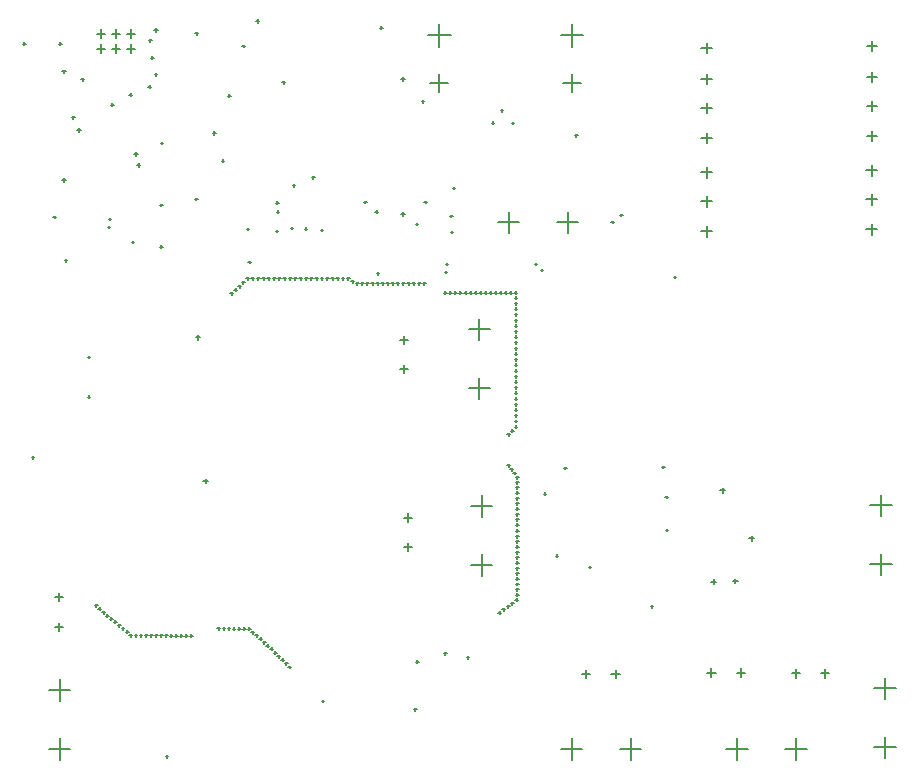
<source format=gbr>
%TF.GenerationSoftware,Altium Limited,Altium Designer,21.7.2 (23)*%
G04 Layer_Color=128*
%FSLAX45Y45*%
%MOMM*%
%TF.SameCoordinates,ACC8E456-25BC-4CB5-B469-56B585E6E94B*%
%TF.FilePolarity,Positive*%
%TF.FileFunction,Drillmap*%
%TF.Part,Single*%
G01*
G75*
%TA.AperFunction,NonConductor*%
%ADD65C,0.12700*%
D65*
X7318160Y5265811D02*
X7408160D01*
X7363160Y5220811D02*
Y5310811D01*
X7318160Y4765811D02*
X7408160D01*
X7363160Y4720811D02*
Y4810811D01*
X7318160Y5019811D02*
X7408160D01*
X7363160Y4974811D02*
Y5064811D01*
X5920660Y5247133D02*
X6010660D01*
X5965660Y5202133D02*
Y5292133D01*
X5920660Y4747133D02*
X6010660D01*
X5965660Y4702133D02*
Y4792133D01*
X5920660Y5001133D02*
X6010660D01*
X5965660Y4956133D02*
Y5046133D01*
X3952500Y3920000D02*
X4132500D01*
X4042500Y3830000D02*
Y4010000D01*
X3952500Y3420000D02*
X4132500D01*
X4042500Y3330000D02*
Y3510000D01*
X450000Y1400000D02*
X520000D01*
X485000Y1365000D02*
Y1435000D01*
X450000Y1650000D02*
X520000D01*
X485000Y1615000D02*
Y1685000D01*
X6685000Y1005000D02*
X6755000D01*
X6720000Y970000D02*
Y1040000D01*
X6935000Y1005000D02*
X7005000D01*
X6970000Y970000D02*
Y1040000D01*
X6222500Y1012500D02*
X6292500D01*
X6257500Y977500D02*
Y1047500D01*
X5972500Y1012500D02*
X6042500D01*
X6007500Y977500D02*
Y1047500D01*
X3370000Y3830000D02*
X3440000D01*
X3405000Y3795000D02*
Y3865000D01*
X3370000Y3580000D02*
X3440000D01*
X3405000Y3545000D02*
Y3615000D01*
X3400000Y2325000D02*
X3470000D01*
X3435000Y2290000D02*
Y2360000D01*
X3400000Y2075000D02*
X3470000D01*
X3435000Y2040000D02*
Y2110000D01*
X4910000Y1002500D02*
X4980000D01*
X4945000Y967500D02*
Y1037500D01*
X5160000Y1002500D02*
X5230000D01*
X5195000Y967500D02*
Y1037500D01*
X1056660Y6422500D02*
X1127660D01*
X1092160Y6387000D02*
Y6458000D01*
X1056660Y6295500D02*
X1127660D01*
X1092160Y6260000D02*
Y6331000D01*
X929660Y6422500D02*
X1000660D01*
X965160Y6387000D02*
Y6458000D01*
X929660Y6295500D02*
X1000660D01*
X965160Y6260000D02*
Y6331000D01*
X802660Y6422500D02*
X873660D01*
X838160Y6387000D02*
Y6458000D01*
X802660Y6295500D02*
X873660D01*
X838160Y6260000D02*
Y6331000D01*
X3608160Y6407500D02*
X3798160D01*
X3703160Y6312500D02*
Y6502500D01*
X4732160Y6407500D02*
X4922159D01*
X4827160Y6312500D02*
Y6502500D01*
X3627160Y6007500D02*
X3779160D01*
X3703160Y5931500D02*
Y6083500D01*
X4751160Y6007500D02*
X4903159D01*
X4827160Y5931500D02*
Y6083500D01*
X398517Y365000D02*
X578517D01*
X488517Y275000D02*
Y455000D01*
X398517Y865000D02*
X578517D01*
X488517Y775000D02*
Y955000D01*
X7387500Y880000D02*
X7567500D01*
X7477500Y790000D02*
Y970000D01*
X7387500Y380000D02*
X7567500D01*
X7477500Y290000D02*
Y470000D01*
X4200161Y4825000D02*
X4380160D01*
X4290160Y4735000D02*
Y4915000D01*
X4700161Y4825000D02*
X4880160D01*
X4790160Y4735000D02*
Y4915000D01*
X7352500Y2430000D02*
X7532500D01*
X7442500Y2340000D02*
Y2520000D01*
X7352500Y1930000D02*
X7532500D01*
X7442500Y1840000D02*
Y2020000D01*
X3972500Y2422500D02*
X4152500D01*
X4062500Y2332500D02*
Y2512500D01*
X3972500Y1922500D02*
X4152500D01*
X4062500Y1832500D02*
Y2012500D01*
X6132500Y365000D02*
X6312500D01*
X6222500Y275000D02*
Y455000D01*
X6632500Y365000D02*
X6812500D01*
X6722500Y275000D02*
Y455000D01*
X5232500Y365000D02*
X5412500D01*
X5322500Y275000D02*
Y455000D01*
X4732500Y365000D02*
X4912500D01*
X4822500Y275000D02*
Y455000D01*
X5922660Y6037500D02*
X6012660D01*
X5967660Y5992500D02*
Y6082500D01*
X5922660Y5537500D02*
X6012660D01*
X5967660Y5492500D02*
Y5582500D01*
X5922660Y5791500D02*
X6012660D01*
X5967660Y5746500D02*
Y5836500D01*
X5922660Y6299500D02*
X6012660D01*
X5967660Y6254500D02*
Y6344500D01*
X7320160Y6055000D02*
X7410160D01*
X7365160Y6010000D02*
Y6100000D01*
X7320160Y5555000D02*
X7410160D01*
X7365160Y5510000D02*
Y5600000D01*
X7320160Y5809000D02*
X7410160D01*
X7365160Y5764000D02*
Y5854000D01*
X7320160Y6317000D02*
X7410160D01*
X7365160Y6272000D02*
Y6362000D01*
X1935000Y4222500D02*
X1960000D01*
X1947500Y4210000D02*
Y4235000D01*
X1967500Y4255000D02*
X1992500D01*
X1980000Y4242500D02*
Y4267500D01*
X2000000Y4285000D02*
X2025000D01*
X2012500Y4272500D02*
Y4297500D01*
X2032500Y4317500D02*
X2057500D01*
X2045000Y4305000D02*
Y4330000D01*
X4277500Y3030000D02*
X4302500D01*
X4290000Y3017500D02*
Y3042500D01*
X4310000Y3060000D02*
X4335000D01*
X4322500Y3047500D02*
Y3072500D01*
X4340000Y3095000D02*
X4365000D01*
X4352500Y3082500D02*
Y3107500D01*
X4340000Y3142500D02*
X4365000D01*
X4352500Y3130000D02*
Y3155000D01*
X4340000Y3190000D02*
X4365000D01*
X4352500Y3177500D02*
Y3202500D01*
X4340000Y3237500D02*
X4365000D01*
X4352500Y3225000D02*
Y3250000D01*
X4340000Y3285000D02*
X4365000D01*
X4352500Y3272500D02*
Y3297500D01*
X4340000Y3332500D02*
X4365000D01*
X4352500Y3320000D02*
Y3345000D01*
X4340000Y3380000D02*
X4365000D01*
X4352500Y3367500D02*
Y3392500D01*
X4340000Y3427500D02*
X4365000D01*
X4352500Y3415000D02*
Y3440000D01*
X4340000Y3475000D02*
X4365000D01*
X4352500Y3462500D02*
Y3487500D01*
X4340000Y3522500D02*
X4365000D01*
X4352500Y3510000D02*
Y3535000D01*
X4340000Y3570000D02*
X4365000D01*
X4352500Y3557500D02*
Y3582500D01*
X4340000Y3617500D02*
X4365000D01*
X4352500Y3605000D02*
Y3630000D01*
X4340000Y3665000D02*
X4365000D01*
X4352500Y3652500D02*
Y3677500D01*
X4340000Y3712500D02*
X4365000D01*
X4352500Y3700000D02*
Y3725000D01*
X4340000Y3760000D02*
X4365000D01*
X4352500Y3747500D02*
Y3772500D01*
X4340000Y3807500D02*
X4365000D01*
X4352500Y3795000D02*
Y3820000D01*
X4340000Y3855000D02*
X4365000D01*
X4352500Y3842500D02*
Y3867500D01*
X4340000Y3902500D02*
X4365000D01*
X4352500Y3890000D02*
Y3915000D01*
X4340000Y3950000D02*
X4365000D01*
X4352500Y3937500D02*
Y3962500D01*
X4340000Y3997500D02*
X4365000D01*
X4352500Y3985000D02*
Y4010000D01*
X4340000Y4045000D02*
X4365000D01*
X4352500Y4032500D02*
Y4057500D01*
X4340000Y4092500D02*
X4365000D01*
X4352500Y4080000D02*
Y4105000D01*
X4340000Y4137500D02*
X4365000D01*
X4352500Y4125000D02*
Y4150000D01*
X4340000Y4185000D02*
X4365000D01*
X4352500Y4172500D02*
Y4197500D01*
X4277500Y2767500D02*
X4302500D01*
X4290000Y2755000D02*
Y2780000D01*
X4302500Y2735000D02*
X4327500D01*
X4315000Y2722500D02*
Y2747500D01*
X4327500Y2702500D02*
X4352500D01*
X4340000Y2690000D02*
Y2715000D01*
X4202500Y1517500D02*
X4227500D01*
X4215000Y1505000D02*
Y1530000D01*
X4237500Y1547500D02*
X4262500D01*
X4250000Y1535000D02*
Y1560000D01*
X4272500Y1575000D02*
X4297500D01*
X4285000Y1562500D02*
Y1587500D01*
X4310000Y1600000D02*
X4335000D01*
X4322500Y1587500D02*
Y1612500D01*
X4347500Y1627500D02*
X4372500D01*
X4360000Y1615000D02*
Y1640000D01*
X4350000Y1672500D02*
X4375000D01*
X4362500Y1660000D02*
Y1685000D01*
X4350000Y1717500D02*
X4375000D01*
X4362500Y1705000D02*
Y1730000D01*
X4350000Y1762500D02*
X4375000D01*
X4362500Y1750000D02*
Y1775000D01*
X4350000Y1807500D02*
X4375000D01*
X4362500Y1795000D02*
Y1820000D01*
X4350000Y1852500D02*
X4375000D01*
X4362500Y1840000D02*
Y1865000D01*
X4350000Y1897500D02*
X4375000D01*
X4362500Y1885000D02*
Y1910000D01*
X4350000Y1942500D02*
X4375000D01*
X4362500Y1930000D02*
Y1955000D01*
X4350000Y1987500D02*
X4375000D01*
X4362500Y1975000D02*
Y2000000D01*
X4350000Y2032500D02*
X4375000D01*
X4362500Y2020000D02*
Y2045000D01*
X4350000Y2077500D02*
X4375000D01*
X4362500Y2065000D02*
Y2090000D01*
X4350000Y2122500D02*
X4375000D01*
X4362500Y2110000D02*
Y2135000D01*
X4350000Y2167500D02*
X4375000D01*
X4362500Y2155000D02*
Y2180000D01*
X4350000Y2215000D02*
X4375000D01*
X4362500Y2202500D02*
Y2227500D01*
X4350000Y2262500D02*
X4375000D01*
X4362500Y2250000D02*
Y2275000D01*
X4350000Y2310000D02*
X4375000D01*
X4362500Y2297500D02*
Y2322500D01*
X4350000Y2355000D02*
X4375000D01*
X4362500Y2342500D02*
Y2367500D01*
X4350000Y2400000D02*
X4375000D01*
X4362500Y2387500D02*
Y2412500D01*
X4350000Y2445000D02*
X4375000D01*
X4362500Y2432500D02*
Y2457500D01*
X4350000Y2490000D02*
X4375000D01*
X4362500Y2477500D02*
Y2502500D01*
X4350000Y2535000D02*
X4375000D01*
X4362500Y2522500D02*
Y2547500D01*
X4350000Y2580000D02*
X4375000D01*
X4362500Y2567500D02*
Y2592500D01*
X4350000Y2625000D02*
X4375000D01*
X4362500Y2612500D02*
Y2637500D01*
X4350000Y2667500D02*
X4375000D01*
X4362500Y2655000D02*
Y2680000D01*
X2067500Y4350000D02*
X2092500D01*
X2080000Y4337500D02*
Y4362500D01*
X2112500Y4350000D02*
X2137500D01*
X2125000Y4337500D02*
Y4362500D01*
X2157500Y4350000D02*
X2182500D01*
X2170000Y4337500D02*
Y4362500D01*
X2202500Y4350000D02*
X2227500D01*
X2215000Y4337500D02*
Y4362500D01*
X2247500Y4350000D02*
X2272500D01*
X2260000Y4337500D02*
Y4362500D01*
X2292500Y4350000D02*
X2317500D01*
X2305000Y4337500D02*
Y4362500D01*
X2337500Y4350000D02*
X2362500D01*
X2350000Y4337500D02*
Y4362500D01*
X2382500Y4350000D02*
X2407500D01*
X2395000Y4337500D02*
Y4362500D01*
X2427500Y4350000D02*
X2452500D01*
X2440000Y4337500D02*
Y4362500D01*
X2472500Y4350000D02*
X2497500D01*
X2485000Y4337500D02*
Y4362500D01*
X2517500Y4350000D02*
X2542500D01*
X2530000Y4337500D02*
Y4362500D01*
X2562500Y4350000D02*
X2587500D01*
X2575000Y4337500D02*
Y4362500D01*
X2607500Y4350000D02*
X2632500D01*
X2620000Y4337500D02*
Y4362500D01*
X2652500Y4350000D02*
X2677500D01*
X2665000Y4337500D02*
Y4362500D01*
X2697500Y4350000D02*
X2722500D01*
X2710000Y4337500D02*
Y4362500D01*
X2742500Y4350000D02*
X2767500D01*
X2755000Y4337500D02*
Y4362500D01*
X2787500Y4350000D02*
X2812500D01*
X2800000Y4337500D02*
Y4362500D01*
X3565000Y4307500D02*
X3590000D01*
X3577500Y4295000D02*
Y4320000D01*
X3520000Y4307500D02*
X3545000D01*
X3532500Y4295000D02*
Y4320000D01*
X3475000Y4307500D02*
X3500000D01*
X3487500Y4295000D02*
Y4320000D01*
X3430000Y4307500D02*
X3455000D01*
X3442500Y4295000D02*
Y4320000D01*
X3385000Y4307500D02*
X3410000D01*
X3397500Y4295000D02*
Y4320000D01*
X3340000Y4307500D02*
X3365000D01*
X3352500Y4295000D02*
Y4320000D01*
X3297500Y4307500D02*
X3322500D01*
X3310000Y4295000D02*
Y4320000D01*
X3252500Y4307500D02*
X3277500D01*
X3265000Y4295000D02*
Y4320000D01*
X3210000Y4307500D02*
X3235000D01*
X3222500Y4295000D02*
Y4320000D01*
X3167500Y4307500D02*
X3192500D01*
X3180000Y4295000D02*
Y4320000D01*
X3125000Y4307500D02*
X3150000D01*
X3137500Y4295000D02*
Y4320000D01*
X3082500Y4307500D02*
X3107500D01*
X3095000Y4295000D02*
Y4320000D01*
X3040000Y4307500D02*
X3065000D01*
X3052500Y4295000D02*
Y4320000D01*
X2997500Y4310000D02*
X3022500D01*
X3010000Y4297500D02*
Y4322500D01*
X2957500Y4327500D02*
X2982500D01*
X2970000Y4315000D02*
Y4340000D01*
X2920000Y4350000D02*
X2945000D01*
X2932500Y4337500D02*
Y4362500D01*
X2875000Y4350000D02*
X2900000D01*
X2887500Y4337500D02*
Y4362500D01*
X2830000Y4350000D02*
X2855000D01*
X2842500Y4337500D02*
Y4362500D01*
X4337500Y4227500D02*
X4362500D01*
X4350000Y4215000D02*
Y4240000D01*
X4295000Y4227500D02*
X4320000D01*
X4307500Y4215000D02*
Y4240000D01*
X4252500Y4227500D02*
X4277500D01*
X4265000Y4215000D02*
Y4240000D01*
X4210000Y4227500D02*
X4235000D01*
X4222500Y4215000D02*
Y4240000D01*
X4167500Y4227500D02*
X4192500D01*
X4180000Y4215000D02*
Y4240000D01*
X4125000Y4227500D02*
X4150000D01*
X4137500Y4215000D02*
Y4240000D01*
X4082500Y4227500D02*
X4107500D01*
X4095000Y4215000D02*
Y4240000D01*
X4040000Y4227500D02*
X4065000D01*
X4052500Y4215000D02*
Y4240000D01*
X3997500Y4227500D02*
X4022500D01*
X4010000Y4215000D02*
Y4240000D01*
X3955000Y4227500D02*
X3980000D01*
X3967500Y4215000D02*
Y4240000D01*
X3912500Y4227500D02*
X3937500D01*
X3925000Y4215000D02*
Y4240000D01*
X3870000Y4227500D02*
X3895000D01*
X3882500Y4215000D02*
Y4240000D01*
X3827500Y4227500D02*
X3852500D01*
X3840000Y4215000D02*
Y4240000D01*
X3785000Y4227500D02*
X3810000D01*
X3797500Y4215000D02*
Y4240000D01*
X3742500Y4227500D02*
X3767500D01*
X3755000Y4215000D02*
Y4240000D01*
X2372500Y6012500D02*
X2397500D01*
X2385000Y6000000D02*
Y6025000D01*
X3933387Y1140515D02*
X3953387D01*
X3943387Y1130515D02*
Y1150515D01*
X5495000Y1572500D02*
X5515000D01*
X5505000Y1562500D02*
Y1582500D01*
X3502500Y4810000D02*
X3522500D01*
X3512500Y4800000D02*
Y4820000D01*
X3162500Y4915000D02*
X3182500D01*
X3172500Y4905000D02*
Y4925000D01*
X2327500Y4915000D02*
X2347500D01*
X2337500Y4905000D02*
Y4925000D01*
X894698Y4787251D02*
X914698D01*
X904698Y4777251D02*
Y4797251D01*
X902500Y4855000D02*
X922500D01*
X912500Y4845000D02*
Y4865000D01*
X1340000Y4972500D02*
X1360000D01*
X1350000Y4962500D02*
Y4982500D01*
X3577500Y4997500D02*
X3597500D01*
X3587500Y4987500D02*
Y5007500D01*
X3067500Y4997500D02*
X3087500D01*
X3077500Y4987500D02*
Y5007500D01*
X2322500Y4992500D02*
X2342500D01*
X2332500Y4982500D02*
Y5002500D01*
X2700273Y4757941D02*
X2720273D01*
X2710273Y4747941D02*
Y4767941D01*
X3172500Y4392500D02*
X3192500D01*
X3182500Y4382500D02*
Y4402500D01*
X3751882Y4403444D02*
X3771882D01*
X3761882Y4393444D02*
Y4413444D01*
X4560000Y4422500D02*
X4580000D01*
X4570000Y4412500D02*
Y4432500D01*
X4512979Y4474263D02*
X4532979D01*
X4522979Y4464263D02*
Y4484263D01*
X5687500Y4360000D02*
X5707500D01*
X5697500Y4350000D02*
Y4370000D01*
X3799240Y4742500D02*
X3819240D01*
X3809240Y4732500D02*
Y4752500D01*
X5160000Y4825000D02*
X5180000D01*
X5170000Y4815000D02*
Y4835000D01*
X3795456Y4876762D02*
X3815456D01*
X3805456Y4866762D02*
Y4886762D01*
X5235230Y4888643D02*
X5255230D01*
X5245230Y4878643D02*
Y4898643D01*
X2072070Y4769204D02*
X2092070D01*
X2082070Y4759204D02*
Y4779204D01*
X1340000Y4619040D02*
X1360000D01*
X1350000Y4609040D02*
Y4629040D01*
X2087500Y4487500D02*
X2107500D01*
X2097500Y4477500D02*
Y4497500D01*
X3757500Y4472500D02*
X3777500D01*
X3767500Y4462500D02*
Y4482500D01*
X3745000Y1175000D02*
X3765000D01*
X3755000Y1165000D02*
Y1185000D01*
X4969340Y1909080D02*
X4989340D01*
X4979340Y1899080D02*
Y1919080D01*
X5590000Y2753420D02*
X5610000D01*
X5600000Y2743420D02*
Y2763420D01*
X1100000Y4660000D02*
X1120000D01*
X1110000Y4650000D02*
Y4670000D01*
X2447500Y4777500D02*
X2467500D01*
X2457500Y4767500D02*
Y4787500D01*
X2461523Y5136605D02*
X2481523D01*
X2471523Y5126605D02*
Y5146605D01*
X2627500Y5205000D02*
X2647500D01*
X2637500Y5195000D02*
Y5215000D01*
X2563926Y4771718D02*
X2583925D01*
X2573926Y4761718D02*
Y4781718D01*
X3817500Y5117500D02*
X3837500D01*
X3827500Y5107500D02*
Y5127500D01*
X3508380Y1105133D02*
X3528380D01*
X3518380Y1095133D02*
Y1115133D01*
X2708720Y770000D02*
X2728720D01*
X2718720Y760000D02*
Y780000D01*
X2207500Y1270000D02*
X2232500D01*
X2220000Y1257500D02*
Y1282500D01*
X2177500Y1300000D02*
X2202500D01*
X2190000Y1287500D02*
Y1312500D01*
X2145000Y1327500D02*
X2170000D01*
X2157500Y1315000D02*
Y1340000D01*
X2112500Y1355000D02*
X2137500D01*
X2125000Y1342500D02*
Y1367500D01*
X2080000Y1382500D02*
X2105000D01*
X2092500Y1370000D02*
Y1395000D01*
X1462500Y1325000D02*
X1487500D01*
X1475000Y1312500D02*
Y1337500D01*
X1547500Y1325000D02*
X1572500D01*
X1560000Y1312500D02*
Y1337500D01*
X1420000Y1325000D02*
X1445000D01*
X1432500Y1312500D02*
Y1337500D01*
X1505000Y1325000D02*
X1530000D01*
X1517500Y1312500D02*
Y1337500D01*
X1377500Y1327500D02*
X1402500D01*
X1390000Y1315000D02*
Y1340000D01*
X1335000Y1327500D02*
X1360000D01*
X1347500Y1315000D02*
Y1340000D01*
X1292500Y1327500D02*
X1317500D01*
X1305000Y1315000D02*
Y1340000D01*
X1345000Y5497500D02*
X1365000D01*
X1355000Y5487500D02*
Y5507500D01*
X1862500Y5347500D02*
X1882500D01*
X1872500Y5337500D02*
Y5357500D01*
X1636160Y5023500D02*
X1656160D01*
X1646160Y5013500D02*
Y5033500D01*
X4145160Y5668500D02*
X4165160D01*
X4155160Y5658500D02*
Y5678500D01*
X3490000Y701280D02*
X3510000D01*
X3500000Y691280D02*
Y711280D01*
X1390000Y302500D02*
X1410000D01*
X1400000Y292500D02*
Y312500D01*
X4687500Y2002500D02*
X4707500D01*
X4697500Y1992500D02*
Y2012500D01*
X4590000Y2527500D02*
X4610000D01*
X4600000Y2517500D02*
Y2537500D01*
X4760063Y2747096D02*
X4780063D01*
X4770063Y2737096D02*
Y2757096D01*
X2317500Y4750000D02*
X2337500D01*
X2327500Y4740000D02*
Y4760000D01*
X1292500Y6077500D02*
X1312500D01*
X1302500Y6067500D02*
Y6087500D01*
X1637500Y6425000D02*
X1657500D01*
X1647500Y6415000D02*
Y6435000D01*
X6005000Y1782500D02*
X6045000D01*
X6025000Y1762500D02*
Y1802500D01*
X6083135Y2556193D02*
X6123135D01*
X6103135Y2536193D02*
Y2576193D01*
X6328800Y2150000D02*
X6368800D01*
X6348800Y2130000D02*
Y2170000D01*
X6190321Y1787546D02*
X6230321D01*
X6210321Y1767546D02*
Y1807546D01*
X5620000Y2220000D02*
X5640000D01*
X5630000Y2210000D02*
Y2230000D01*
X5617500Y2500000D02*
X5637500D01*
X5627500Y2490000D02*
Y2510000D01*
X1142500Y5310000D02*
X1172500D01*
X1157500Y5295000D02*
Y5325000D01*
X255000Y2835000D02*
X275000D01*
X265000Y2825000D02*
Y2845000D01*
X1706300Y2635000D02*
X1746300D01*
X1726300Y2615000D02*
Y2655000D01*
X1640000Y3850000D02*
X1680000D01*
X1660000Y3830000D02*
Y3870000D01*
X727500Y3350000D02*
X747500D01*
X737500Y3340000D02*
Y3360000D01*
X727500Y3685000D02*
X747500D01*
X737500Y3675000D02*
Y3695000D01*
X2425000Y1060000D02*
X2450000D01*
X2437500Y1047500D02*
Y1072500D01*
X2395000Y1090000D02*
X2420000D01*
X2407500Y1077500D02*
Y1102500D01*
X2365000Y1122500D02*
X2390000D01*
X2377500Y1110000D02*
Y1135000D01*
X2332500Y1152500D02*
X2357500D01*
X2345000Y1140000D02*
Y1165000D01*
X2300000Y1182500D02*
X2325000D01*
X2312500Y1170000D02*
Y1195000D01*
X2270000Y1212500D02*
X2295000D01*
X2282500Y1200000D02*
Y1225000D01*
X2237500Y1240000D02*
X2262500D01*
X2250000Y1227500D02*
Y1252500D01*
X1995000Y1385000D02*
X2020000D01*
X2007500Y1372500D02*
Y1397500D01*
X1952500Y1385000D02*
X1977500D01*
X1965000Y1372500D02*
Y1397500D01*
X2037500Y1382500D02*
X2062500D01*
X2050000Y1370000D02*
Y1395000D01*
X3200160Y6472500D02*
X3225160D01*
X3212660Y6460000D02*
Y6485000D01*
X1245160Y6365000D02*
X1270160D01*
X1257660Y6352500D02*
Y6377500D01*
X1260160Y6217500D02*
X1285160D01*
X1272660Y6205000D02*
Y6230000D01*
X1825000Y1387500D02*
X1850000D01*
X1837500Y1375000D02*
Y1400000D01*
X1867500Y1387500D02*
X1892500D01*
X1880000Y1375000D02*
Y1400000D01*
X1910000Y1387500D02*
X1935000D01*
X1922500Y1375000D02*
Y1400000D01*
X4850160Y5560000D02*
X4875160D01*
X4862660Y5547500D02*
Y5572500D01*
X3552660Y5850000D02*
X3577660D01*
X3565160Y5837500D02*
Y5862500D01*
X1912660Y5895000D02*
X1937660D01*
X1925160Y5882500D02*
Y5907500D01*
X2035160Y6317500D02*
X2060160D01*
X2047660Y6305000D02*
Y6330000D01*
X482660Y6337500D02*
X507660D01*
X495160Y6325000D02*
Y6350000D01*
X175160Y6335000D02*
X200160D01*
X187660Y6322500D02*
Y6347500D01*
X672660Y6035000D02*
X697660D01*
X685160Y6022500D02*
Y6047500D01*
X1240160Y5972500D02*
X1265160D01*
X1252660Y5960000D02*
Y5985000D01*
X1077660Y5905000D02*
X1102660D01*
X1090160Y5892500D02*
Y5917500D01*
X920160Y5820000D02*
X945160D01*
X932660Y5807500D02*
Y5832500D01*
X1590000Y1325000D02*
X1615000D01*
X1602500Y1312500D02*
Y1337500D01*
X1250000Y1327500D02*
X1275000D01*
X1262500Y1315000D02*
Y1340000D01*
X1207500Y1327500D02*
X1232500D01*
X1220000Y1315000D02*
Y1340000D01*
X1165000Y1327500D02*
X1190000D01*
X1177500Y1315000D02*
Y1340000D01*
X1122500Y1330000D02*
X1147500D01*
X1135000Y1317500D02*
Y1342500D01*
X1080000Y1330000D02*
X1105000D01*
X1092500Y1317500D02*
Y1342500D01*
X1047500Y1360000D02*
X1072500D01*
X1060000Y1347500D02*
Y1372500D01*
X1012500Y1387500D02*
X1037500D01*
X1025000Y1375000D02*
Y1400000D01*
X980000Y1415000D02*
X1005000D01*
X992500Y1402500D02*
Y1427500D01*
X947500Y1442500D02*
X972500D01*
X960000Y1430000D02*
Y1455000D01*
X912500Y1467500D02*
X937500D01*
X925000Y1455000D02*
Y1480000D01*
X880000Y1495000D02*
X905000D01*
X892500Y1482500D02*
Y1507500D01*
X847500Y1522500D02*
X872500D01*
X860000Y1510000D02*
Y1535000D01*
X815000Y1552500D02*
X840000D01*
X827500Y1540000D02*
Y1565000D01*
X785000Y1582500D02*
X810000D01*
X797500Y1570000D02*
Y1595000D01*
X4225160Y5772500D02*
X4245160D01*
X4235160Y5762500D02*
Y5782500D01*
X4315274Y5667625D02*
X4335274D01*
X4325274Y5657625D02*
Y5677625D01*
X510160Y5182500D02*
X540160D01*
X525160Y5167500D02*
Y5197500D01*
X510160Y6102500D02*
X540160D01*
X525160Y6087500D02*
Y6117500D01*
X637076Y5605583D02*
X667076D01*
X652076Y5590583D02*
Y5620583D01*
X3381160Y4896500D02*
X3411160D01*
X3396160Y4881500D02*
Y4911500D01*
X1784101Y5580823D02*
X1814101D01*
X1799101Y5565823D02*
Y5595823D01*
X2150160Y6527501D02*
X2180160D01*
X2165160Y6512501D02*
Y6542501D01*
X1290160Y6452500D02*
X1320160D01*
X1305160Y6437500D02*
Y6467500D01*
X3381160Y6039500D02*
X3411160D01*
X3396160Y6024500D02*
Y6054500D01*
X590160Y5712500D02*
X620160D01*
X605160Y5697500D02*
Y5727500D01*
X1120160Y5402500D02*
X1150160D01*
X1135160Y5387500D02*
Y5417500D01*
X435160Y4872500D02*
X455160D01*
X445160Y4862500D02*
Y4882500D01*
X530160Y4502500D02*
X550160D01*
X540160Y4492500D02*
Y4512500D01*
%TF.MD5,d80337940ce877682f3d8d79b14627a5*%
M02*

</source>
